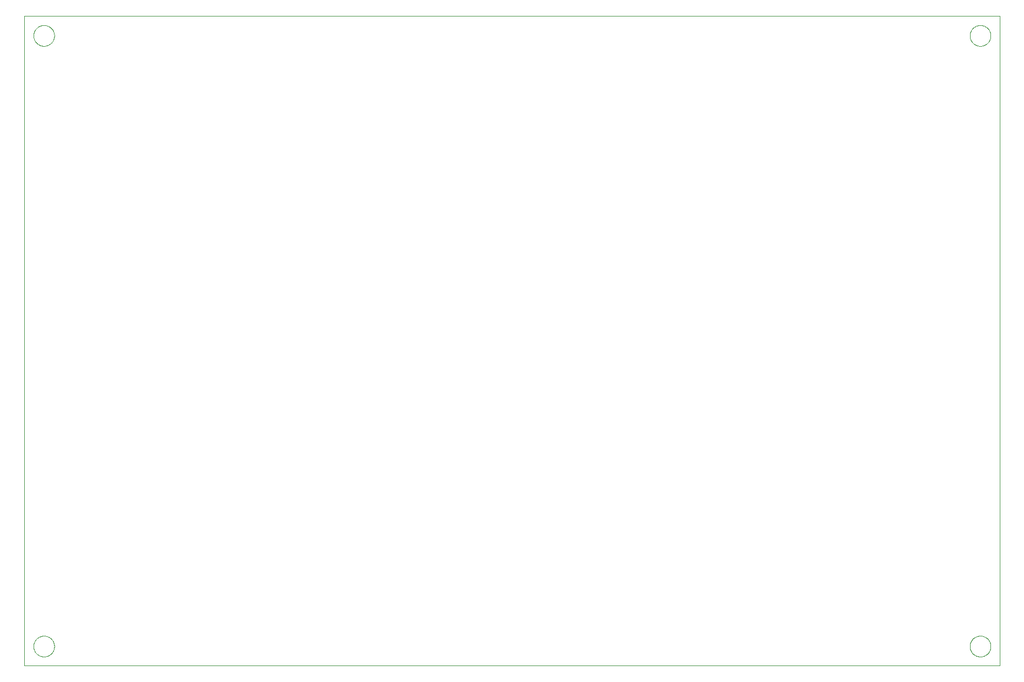
<source format=gbo>
G75*
%MOIN*%
%OFA0B0*%
%FSLAX25Y25*%
%IPPOS*%
%LPD*%
%AMOC8*
5,1,8,0,0,1.08239X$1,22.5*
%
%ADD10C,0.00000*%
D10*
X0003630Y0001000D02*
X0003630Y0394701D01*
X0594181Y0394701D01*
X0594181Y0001000D01*
X0003630Y0001000D01*
X0009142Y0012811D02*
X0009144Y0012969D01*
X0009150Y0013127D01*
X0009160Y0013285D01*
X0009174Y0013443D01*
X0009192Y0013600D01*
X0009213Y0013757D01*
X0009239Y0013913D01*
X0009269Y0014069D01*
X0009302Y0014224D01*
X0009340Y0014377D01*
X0009381Y0014530D01*
X0009426Y0014682D01*
X0009475Y0014833D01*
X0009528Y0014982D01*
X0009584Y0015130D01*
X0009644Y0015276D01*
X0009708Y0015421D01*
X0009776Y0015564D01*
X0009847Y0015706D01*
X0009921Y0015846D01*
X0009999Y0015983D01*
X0010081Y0016119D01*
X0010165Y0016253D01*
X0010254Y0016384D01*
X0010345Y0016513D01*
X0010440Y0016640D01*
X0010537Y0016765D01*
X0010638Y0016887D01*
X0010742Y0017006D01*
X0010849Y0017123D01*
X0010959Y0017237D01*
X0011072Y0017348D01*
X0011187Y0017457D01*
X0011305Y0017562D01*
X0011426Y0017664D01*
X0011549Y0017764D01*
X0011675Y0017860D01*
X0011803Y0017953D01*
X0011933Y0018043D01*
X0012066Y0018129D01*
X0012201Y0018213D01*
X0012337Y0018292D01*
X0012476Y0018369D01*
X0012617Y0018441D01*
X0012759Y0018511D01*
X0012903Y0018576D01*
X0013049Y0018638D01*
X0013196Y0018696D01*
X0013345Y0018751D01*
X0013495Y0018802D01*
X0013646Y0018849D01*
X0013798Y0018892D01*
X0013951Y0018931D01*
X0014106Y0018967D01*
X0014261Y0018998D01*
X0014417Y0019026D01*
X0014573Y0019050D01*
X0014730Y0019070D01*
X0014888Y0019086D01*
X0015045Y0019098D01*
X0015204Y0019106D01*
X0015362Y0019110D01*
X0015520Y0019110D01*
X0015678Y0019106D01*
X0015837Y0019098D01*
X0015994Y0019086D01*
X0016152Y0019070D01*
X0016309Y0019050D01*
X0016465Y0019026D01*
X0016621Y0018998D01*
X0016776Y0018967D01*
X0016931Y0018931D01*
X0017084Y0018892D01*
X0017236Y0018849D01*
X0017387Y0018802D01*
X0017537Y0018751D01*
X0017686Y0018696D01*
X0017833Y0018638D01*
X0017979Y0018576D01*
X0018123Y0018511D01*
X0018265Y0018441D01*
X0018406Y0018369D01*
X0018545Y0018292D01*
X0018681Y0018213D01*
X0018816Y0018129D01*
X0018949Y0018043D01*
X0019079Y0017953D01*
X0019207Y0017860D01*
X0019333Y0017764D01*
X0019456Y0017664D01*
X0019577Y0017562D01*
X0019695Y0017457D01*
X0019810Y0017348D01*
X0019923Y0017237D01*
X0020033Y0017123D01*
X0020140Y0017006D01*
X0020244Y0016887D01*
X0020345Y0016765D01*
X0020442Y0016640D01*
X0020537Y0016513D01*
X0020628Y0016384D01*
X0020717Y0016253D01*
X0020801Y0016119D01*
X0020883Y0015983D01*
X0020961Y0015846D01*
X0021035Y0015706D01*
X0021106Y0015564D01*
X0021174Y0015421D01*
X0021238Y0015276D01*
X0021298Y0015130D01*
X0021354Y0014982D01*
X0021407Y0014833D01*
X0021456Y0014682D01*
X0021501Y0014530D01*
X0021542Y0014377D01*
X0021580Y0014224D01*
X0021613Y0014069D01*
X0021643Y0013913D01*
X0021669Y0013757D01*
X0021690Y0013600D01*
X0021708Y0013443D01*
X0021722Y0013285D01*
X0021732Y0013127D01*
X0021738Y0012969D01*
X0021740Y0012811D01*
X0021738Y0012653D01*
X0021732Y0012495D01*
X0021722Y0012337D01*
X0021708Y0012179D01*
X0021690Y0012022D01*
X0021669Y0011865D01*
X0021643Y0011709D01*
X0021613Y0011553D01*
X0021580Y0011398D01*
X0021542Y0011245D01*
X0021501Y0011092D01*
X0021456Y0010940D01*
X0021407Y0010789D01*
X0021354Y0010640D01*
X0021298Y0010492D01*
X0021238Y0010346D01*
X0021174Y0010201D01*
X0021106Y0010058D01*
X0021035Y0009916D01*
X0020961Y0009776D01*
X0020883Y0009639D01*
X0020801Y0009503D01*
X0020717Y0009369D01*
X0020628Y0009238D01*
X0020537Y0009109D01*
X0020442Y0008982D01*
X0020345Y0008857D01*
X0020244Y0008735D01*
X0020140Y0008616D01*
X0020033Y0008499D01*
X0019923Y0008385D01*
X0019810Y0008274D01*
X0019695Y0008165D01*
X0019577Y0008060D01*
X0019456Y0007958D01*
X0019333Y0007858D01*
X0019207Y0007762D01*
X0019079Y0007669D01*
X0018949Y0007579D01*
X0018816Y0007493D01*
X0018681Y0007409D01*
X0018545Y0007330D01*
X0018406Y0007253D01*
X0018265Y0007181D01*
X0018123Y0007111D01*
X0017979Y0007046D01*
X0017833Y0006984D01*
X0017686Y0006926D01*
X0017537Y0006871D01*
X0017387Y0006820D01*
X0017236Y0006773D01*
X0017084Y0006730D01*
X0016931Y0006691D01*
X0016776Y0006655D01*
X0016621Y0006624D01*
X0016465Y0006596D01*
X0016309Y0006572D01*
X0016152Y0006552D01*
X0015994Y0006536D01*
X0015837Y0006524D01*
X0015678Y0006516D01*
X0015520Y0006512D01*
X0015362Y0006512D01*
X0015204Y0006516D01*
X0015045Y0006524D01*
X0014888Y0006536D01*
X0014730Y0006552D01*
X0014573Y0006572D01*
X0014417Y0006596D01*
X0014261Y0006624D01*
X0014106Y0006655D01*
X0013951Y0006691D01*
X0013798Y0006730D01*
X0013646Y0006773D01*
X0013495Y0006820D01*
X0013345Y0006871D01*
X0013196Y0006926D01*
X0013049Y0006984D01*
X0012903Y0007046D01*
X0012759Y0007111D01*
X0012617Y0007181D01*
X0012476Y0007253D01*
X0012337Y0007330D01*
X0012201Y0007409D01*
X0012066Y0007493D01*
X0011933Y0007579D01*
X0011803Y0007669D01*
X0011675Y0007762D01*
X0011549Y0007858D01*
X0011426Y0007958D01*
X0011305Y0008060D01*
X0011187Y0008165D01*
X0011072Y0008274D01*
X0010959Y0008385D01*
X0010849Y0008499D01*
X0010742Y0008616D01*
X0010638Y0008735D01*
X0010537Y0008857D01*
X0010440Y0008982D01*
X0010345Y0009109D01*
X0010254Y0009238D01*
X0010165Y0009369D01*
X0010081Y0009503D01*
X0009999Y0009639D01*
X0009921Y0009776D01*
X0009847Y0009916D01*
X0009776Y0010058D01*
X0009708Y0010201D01*
X0009644Y0010346D01*
X0009584Y0010492D01*
X0009528Y0010640D01*
X0009475Y0010789D01*
X0009426Y0010940D01*
X0009381Y0011092D01*
X0009340Y0011245D01*
X0009302Y0011398D01*
X0009269Y0011553D01*
X0009239Y0011709D01*
X0009213Y0011865D01*
X0009192Y0012022D01*
X0009174Y0012179D01*
X0009160Y0012337D01*
X0009150Y0012495D01*
X0009144Y0012653D01*
X0009142Y0012811D01*
X0009142Y0382890D02*
X0009144Y0383048D01*
X0009150Y0383206D01*
X0009160Y0383364D01*
X0009174Y0383522D01*
X0009192Y0383679D01*
X0009213Y0383836D01*
X0009239Y0383992D01*
X0009269Y0384148D01*
X0009302Y0384303D01*
X0009340Y0384456D01*
X0009381Y0384609D01*
X0009426Y0384761D01*
X0009475Y0384912D01*
X0009528Y0385061D01*
X0009584Y0385209D01*
X0009644Y0385355D01*
X0009708Y0385500D01*
X0009776Y0385643D01*
X0009847Y0385785D01*
X0009921Y0385925D01*
X0009999Y0386062D01*
X0010081Y0386198D01*
X0010165Y0386332D01*
X0010254Y0386463D01*
X0010345Y0386592D01*
X0010440Y0386719D01*
X0010537Y0386844D01*
X0010638Y0386966D01*
X0010742Y0387085D01*
X0010849Y0387202D01*
X0010959Y0387316D01*
X0011072Y0387427D01*
X0011187Y0387536D01*
X0011305Y0387641D01*
X0011426Y0387743D01*
X0011549Y0387843D01*
X0011675Y0387939D01*
X0011803Y0388032D01*
X0011933Y0388122D01*
X0012066Y0388208D01*
X0012201Y0388292D01*
X0012337Y0388371D01*
X0012476Y0388448D01*
X0012617Y0388520D01*
X0012759Y0388590D01*
X0012903Y0388655D01*
X0013049Y0388717D01*
X0013196Y0388775D01*
X0013345Y0388830D01*
X0013495Y0388881D01*
X0013646Y0388928D01*
X0013798Y0388971D01*
X0013951Y0389010D01*
X0014106Y0389046D01*
X0014261Y0389077D01*
X0014417Y0389105D01*
X0014573Y0389129D01*
X0014730Y0389149D01*
X0014888Y0389165D01*
X0015045Y0389177D01*
X0015204Y0389185D01*
X0015362Y0389189D01*
X0015520Y0389189D01*
X0015678Y0389185D01*
X0015837Y0389177D01*
X0015994Y0389165D01*
X0016152Y0389149D01*
X0016309Y0389129D01*
X0016465Y0389105D01*
X0016621Y0389077D01*
X0016776Y0389046D01*
X0016931Y0389010D01*
X0017084Y0388971D01*
X0017236Y0388928D01*
X0017387Y0388881D01*
X0017537Y0388830D01*
X0017686Y0388775D01*
X0017833Y0388717D01*
X0017979Y0388655D01*
X0018123Y0388590D01*
X0018265Y0388520D01*
X0018406Y0388448D01*
X0018545Y0388371D01*
X0018681Y0388292D01*
X0018816Y0388208D01*
X0018949Y0388122D01*
X0019079Y0388032D01*
X0019207Y0387939D01*
X0019333Y0387843D01*
X0019456Y0387743D01*
X0019577Y0387641D01*
X0019695Y0387536D01*
X0019810Y0387427D01*
X0019923Y0387316D01*
X0020033Y0387202D01*
X0020140Y0387085D01*
X0020244Y0386966D01*
X0020345Y0386844D01*
X0020442Y0386719D01*
X0020537Y0386592D01*
X0020628Y0386463D01*
X0020717Y0386332D01*
X0020801Y0386198D01*
X0020883Y0386062D01*
X0020961Y0385925D01*
X0021035Y0385785D01*
X0021106Y0385643D01*
X0021174Y0385500D01*
X0021238Y0385355D01*
X0021298Y0385209D01*
X0021354Y0385061D01*
X0021407Y0384912D01*
X0021456Y0384761D01*
X0021501Y0384609D01*
X0021542Y0384456D01*
X0021580Y0384303D01*
X0021613Y0384148D01*
X0021643Y0383992D01*
X0021669Y0383836D01*
X0021690Y0383679D01*
X0021708Y0383522D01*
X0021722Y0383364D01*
X0021732Y0383206D01*
X0021738Y0383048D01*
X0021740Y0382890D01*
X0021738Y0382732D01*
X0021732Y0382574D01*
X0021722Y0382416D01*
X0021708Y0382258D01*
X0021690Y0382101D01*
X0021669Y0381944D01*
X0021643Y0381788D01*
X0021613Y0381632D01*
X0021580Y0381477D01*
X0021542Y0381324D01*
X0021501Y0381171D01*
X0021456Y0381019D01*
X0021407Y0380868D01*
X0021354Y0380719D01*
X0021298Y0380571D01*
X0021238Y0380425D01*
X0021174Y0380280D01*
X0021106Y0380137D01*
X0021035Y0379995D01*
X0020961Y0379855D01*
X0020883Y0379718D01*
X0020801Y0379582D01*
X0020717Y0379448D01*
X0020628Y0379317D01*
X0020537Y0379188D01*
X0020442Y0379061D01*
X0020345Y0378936D01*
X0020244Y0378814D01*
X0020140Y0378695D01*
X0020033Y0378578D01*
X0019923Y0378464D01*
X0019810Y0378353D01*
X0019695Y0378244D01*
X0019577Y0378139D01*
X0019456Y0378037D01*
X0019333Y0377937D01*
X0019207Y0377841D01*
X0019079Y0377748D01*
X0018949Y0377658D01*
X0018816Y0377572D01*
X0018681Y0377488D01*
X0018545Y0377409D01*
X0018406Y0377332D01*
X0018265Y0377260D01*
X0018123Y0377190D01*
X0017979Y0377125D01*
X0017833Y0377063D01*
X0017686Y0377005D01*
X0017537Y0376950D01*
X0017387Y0376899D01*
X0017236Y0376852D01*
X0017084Y0376809D01*
X0016931Y0376770D01*
X0016776Y0376734D01*
X0016621Y0376703D01*
X0016465Y0376675D01*
X0016309Y0376651D01*
X0016152Y0376631D01*
X0015994Y0376615D01*
X0015837Y0376603D01*
X0015678Y0376595D01*
X0015520Y0376591D01*
X0015362Y0376591D01*
X0015204Y0376595D01*
X0015045Y0376603D01*
X0014888Y0376615D01*
X0014730Y0376631D01*
X0014573Y0376651D01*
X0014417Y0376675D01*
X0014261Y0376703D01*
X0014106Y0376734D01*
X0013951Y0376770D01*
X0013798Y0376809D01*
X0013646Y0376852D01*
X0013495Y0376899D01*
X0013345Y0376950D01*
X0013196Y0377005D01*
X0013049Y0377063D01*
X0012903Y0377125D01*
X0012759Y0377190D01*
X0012617Y0377260D01*
X0012476Y0377332D01*
X0012337Y0377409D01*
X0012201Y0377488D01*
X0012066Y0377572D01*
X0011933Y0377658D01*
X0011803Y0377748D01*
X0011675Y0377841D01*
X0011549Y0377937D01*
X0011426Y0378037D01*
X0011305Y0378139D01*
X0011187Y0378244D01*
X0011072Y0378353D01*
X0010959Y0378464D01*
X0010849Y0378578D01*
X0010742Y0378695D01*
X0010638Y0378814D01*
X0010537Y0378936D01*
X0010440Y0379061D01*
X0010345Y0379188D01*
X0010254Y0379317D01*
X0010165Y0379448D01*
X0010081Y0379582D01*
X0009999Y0379718D01*
X0009921Y0379855D01*
X0009847Y0379995D01*
X0009776Y0380137D01*
X0009708Y0380280D01*
X0009644Y0380425D01*
X0009584Y0380571D01*
X0009528Y0380719D01*
X0009475Y0380868D01*
X0009426Y0381019D01*
X0009381Y0381171D01*
X0009340Y0381324D01*
X0009302Y0381477D01*
X0009269Y0381632D01*
X0009239Y0381788D01*
X0009213Y0381944D01*
X0009192Y0382101D01*
X0009174Y0382258D01*
X0009160Y0382416D01*
X0009150Y0382574D01*
X0009144Y0382732D01*
X0009142Y0382890D01*
X0576071Y0382890D02*
X0576073Y0383048D01*
X0576079Y0383206D01*
X0576089Y0383364D01*
X0576103Y0383522D01*
X0576121Y0383679D01*
X0576142Y0383836D01*
X0576168Y0383992D01*
X0576198Y0384148D01*
X0576231Y0384303D01*
X0576269Y0384456D01*
X0576310Y0384609D01*
X0576355Y0384761D01*
X0576404Y0384912D01*
X0576457Y0385061D01*
X0576513Y0385209D01*
X0576573Y0385355D01*
X0576637Y0385500D01*
X0576705Y0385643D01*
X0576776Y0385785D01*
X0576850Y0385925D01*
X0576928Y0386062D01*
X0577010Y0386198D01*
X0577094Y0386332D01*
X0577183Y0386463D01*
X0577274Y0386592D01*
X0577369Y0386719D01*
X0577466Y0386844D01*
X0577567Y0386966D01*
X0577671Y0387085D01*
X0577778Y0387202D01*
X0577888Y0387316D01*
X0578001Y0387427D01*
X0578116Y0387536D01*
X0578234Y0387641D01*
X0578355Y0387743D01*
X0578478Y0387843D01*
X0578604Y0387939D01*
X0578732Y0388032D01*
X0578862Y0388122D01*
X0578995Y0388208D01*
X0579130Y0388292D01*
X0579266Y0388371D01*
X0579405Y0388448D01*
X0579546Y0388520D01*
X0579688Y0388590D01*
X0579832Y0388655D01*
X0579978Y0388717D01*
X0580125Y0388775D01*
X0580274Y0388830D01*
X0580424Y0388881D01*
X0580575Y0388928D01*
X0580727Y0388971D01*
X0580880Y0389010D01*
X0581035Y0389046D01*
X0581190Y0389077D01*
X0581346Y0389105D01*
X0581502Y0389129D01*
X0581659Y0389149D01*
X0581817Y0389165D01*
X0581974Y0389177D01*
X0582133Y0389185D01*
X0582291Y0389189D01*
X0582449Y0389189D01*
X0582607Y0389185D01*
X0582766Y0389177D01*
X0582923Y0389165D01*
X0583081Y0389149D01*
X0583238Y0389129D01*
X0583394Y0389105D01*
X0583550Y0389077D01*
X0583705Y0389046D01*
X0583860Y0389010D01*
X0584013Y0388971D01*
X0584165Y0388928D01*
X0584316Y0388881D01*
X0584466Y0388830D01*
X0584615Y0388775D01*
X0584762Y0388717D01*
X0584908Y0388655D01*
X0585052Y0388590D01*
X0585194Y0388520D01*
X0585335Y0388448D01*
X0585474Y0388371D01*
X0585610Y0388292D01*
X0585745Y0388208D01*
X0585878Y0388122D01*
X0586008Y0388032D01*
X0586136Y0387939D01*
X0586262Y0387843D01*
X0586385Y0387743D01*
X0586506Y0387641D01*
X0586624Y0387536D01*
X0586739Y0387427D01*
X0586852Y0387316D01*
X0586962Y0387202D01*
X0587069Y0387085D01*
X0587173Y0386966D01*
X0587274Y0386844D01*
X0587371Y0386719D01*
X0587466Y0386592D01*
X0587557Y0386463D01*
X0587646Y0386332D01*
X0587730Y0386198D01*
X0587812Y0386062D01*
X0587890Y0385925D01*
X0587964Y0385785D01*
X0588035Y0385643D01*
X0588103Y0385500D01*
X0588167Y0385355D01*
X0588227Y0385209D01*
X0588283Y0385061D01*
X0588336Y0384912D01*
X0588385Y0384761D01*
X0588430Y0384609D01*
X0588471Y0384456D01*
X0588509Y0384303D01*
X0588542Y0384148D01*
X0588572Y0383992D01*
X0588598Y0383836D01*
X0588619Y0383679D01*
X0588637Y0383522D01*
X0588651Y0383364D01*
X0588661Y0383206D01*
X0588667Y0383048D01*
X0588669Y0382890D01*
X0588667Y0382732D01*
X0588661Y0382574D01*
X0588651Y0382416D01*
X0588637Y0382258D01*
X0588619Y0382101D01*
X0588598Y0381944D01*
X0588572Y0381788D01*
X0588542Y0381632D01*
X0588509Y0381477D01*
X0588471Y0381324D01*
X0588430Y0381171D01*
X0588385Y0381019D01*
X0588336Y0380868D01*
X0588283Y0380719D01*
X0588227Y0380571D01*
X0588167Y0380425D01*
X0588103Y0380280D01*
X0588035Y0380137D01*
X0587964Y0379995D01*
X0587890Y0379855D01*
X0587812Y0379718D01*
X0587730Y0379582D01*
X0587646Y0379448D01*
X0587557Y0379317D01*
X0587466Y0379188D01*
X0587371Y0379061D01*
X0587274Y0378936D01*
X0587173Y0378814D01*
X0587069Y0378695D01*
X0586962Y0378578D01*
X0586852Y0378464D01*
X0586739Y0378353D01*
X0586624Y0378244D01*
X0586506Y0378139D01*
X0586385Y0378037D01*
X0586262Y0377937D01*
X0586136Y0377841D01*
X0586008Y0377748D01*
X0585878Y0377658D01*
X0585745Y0377572D01*
X0585610Y0377488D01*
X0585474Y0377409D01*
X0585335Y0377332D01*
X0585194Y0377260D01*
X0585052Y0377190D01*
X0584908Y0377125D01*
X0584762Y0377063D01*
X0584615Y0377005D01*
X0584466Y0376950D01*
X0584316Y0376899D01*
X0584165Y0376852D01*
X0584013Y0376809D01*
X0583860Y0376770D01*
X0583705Y0376734D01*
X0583550Y0376703D01*
X0583394Y0376675D01*
X0583238Y0376651D01*
X0583081Y0376631D01*
X0582923Y0376615D01*
X0582766Y0376603D01*
X0582607Y0376595D01*
X0582449Y0376591D01*
X0582291Y0376591D01*
X0582133Y0376595D01*
X0581974Y0376603D01*
X0581817Y0376615D01*
X0581659Y0376631D01*
X0581502Y0376651D01*
X0581346Y0376675D01*
X0581190Y0376703D01*
X0581035Y0376734D01*
X0580880Y0376770D01*
X0580727Y0376809D01*
X0580575Y0376852D01*
X0580424Y0376899D01*
X0580274Y0376950D01*
X0580125Y0377005D01*
X0579978Y0377063D01*
X0579832Y0377125D01*
X0579688Y0377190D01*
X0579546Y0377260D01*
X0579405Y0377332D01*
X0579266Y0377409D01*
X0579130Y0377488D01*
X0578995Y0377572D01*
X0578862Y0377658D01*
X0578732Y0377748D01*
X0578604Y0377841D01*
X0578478Y0377937D01*
X0578355Y0378037D01*
X0578234Y0378139D01*
X0578116Y0378244D01*
X0578001Y0378353D01*
X0577888Y0378464D01*
X0577778Y0378578D01*
X0577671Y0378695D01*
X0577567Y0378814D01*
X0577466Y0378936D01*
X0577369Y0379061D01*
X0577274Y0379188D01*
X0577183Y0379317D01*
X0577094Y0379448D01*
X0577010Y0379582D01*
X0576928Y0379718D01*
X0576850Y0379855D01*
X0576776Y0379995D01*
X0576705Y0380137D01*
X0576637Y0380280D01*
X0576573Y0380425D01*
X0576513Y0380571D01*
X0576457Y0380719D01*
X0576404Y0380868D01*
X0576355Y0381019D01*
X0576310Y0381171D01*
X0576269Y0381324D01*
X0576231Y0381477D01*
X0576198Y0381632D01*
X0576168Y0381788D01*
X0576142Y0381944D01*
X0576121Y0382101D01*
X0576103Y0382258D01*
X0576089Y0382416D01*
X0576079Y0382574D01*
X0576073Y0382732D01*
X0576071Y0382890D01*
X0576071Y0012811D02*
X0576073Y0012969D01*
X0576079Y0013127D01*
X0576089Y0013285D01*
X0576103Y0013443D01*
X0576121Y0013600D01*
X0576142Y0013757D01*
X0576168Y0013913D01*
X0576198Y0014069D01*
X0576231Y0014224D01*
X0576269Y0014377D01*
X0576310Y0014530D01*
X0576355Y0014682D01*
X0576404Y0014833D01*
X0576457Y0014982D01*
X0576513Y0015130D01*
X0576573Y0015276D01*
X0576637Y0015421D01*
X0576705Y0015564D01*
X0576776Y0015706D01*
X0576850Y0015846D01*
X0576928Y0015983D01*
X0577010Y0016119D01*
X0577094Y0016253D01*
X0577183Y0016384D01*
X0577274Y0016513D01*
X0577369Y0016640D01*
X0577466Y0016765D01*
X0577567Y0016887D01*
X0577671Y0017006D01*
X0577778Y0017123D01*
X0577888Y0017237D01*
X0578001Y0017348D01*
X0578116Y0017457D01*
X0578234Y0017562D01*
X0578355Y0017664D01*
X0578478Y0017764D01*
X0578604Y0017860D01*
X0578732Y0017953D01*
X0578862Y0018043D01*
X0578995Y0018129D01*
X0579130Y0018213D01*
X0579266Y0018292D01*
X0579405Y0018369D01*
X0579546Y0018441D01*
X0579688Y0018511D01*
X0579832Y0018576D01*
X0579978Y0018638D01*
X0580125Y0018696D01*
X0580274Y0018751D01*
X0580424Y0018802D01*
X0580575Y0018849D01*
X0580727Y0018892D01*
X0580880Y0018931D01*
X0581035Y0018967D01*
X0581190Y0018998D01*
X0581346Y0019026D01*
X0581502Y0019050D01*
X0581659Y0019070D01*
X0581817Y0019086D01*
X0581974Y0019098D01*
X0582133Y0019106D01*
X0582291Y0019110D01*
X0582449Y0019110D01*
X0582607Y0019106D01*
X0582766Y0019098D01*
X0582923Y0019086D01*
X0583081Y0019070D01*
X0583238Y0019050D01*
X0583394Y0019026D01*
X0583550Y0018998D01*
X0583705Y0018967D01*
X0583860Y0018931D01*
X0584013Y0018892D01*
X0584165Y0018849D01*
X0584316Y0018802D01*
X0584466Y0018751D01*
X0584615Y0018696D01*
X0584762Y0018638D01*
X0584908Y0018576D01*
X0585052Y0018511D01*
X0585194Y0018441D01*
X0585335Y0018369D01*
X0585474Y0018292D01*
X0585610Y0018213D01*
X0585745Y0018129D01*
X0585878Y0018043D01*
X0586008Y0017953D01*
X0586136Y0017860D01*
X0586262Y0017764D01*
X0586385Y0017664D01*
X0586506Y0017562D01*
X0586624Y0017457D01*
X0586739Y0017348D01*
X0586852Y0017237D01*
X0586962Y0017123D01*
X0587069Y0017006D01*
X0587173Y0016887D01*
X0587274Y0016765D01*
X0587371Y0016640D01*
X0587466Y0016513D01*
X0587557Y0016384D01*
X0587646Y0016253D01*
X0587730Y0016119D01*
X0587812Y0015983D01*
X0587890Y0015846D01*
X0587964Y0015706D01*
X0588035Y0015564D01*
X0588103Y0015421D01*
X0588167Y0015276D01*
X0588227Y0015130D01*
X0588283Y0014982D01*
X0588336Y0014833D01*
X0588385Y0014682D01*
X0588430Y0014530D01*
X0588471Y0014377D01*
X0588509Y0014224D01*
X0588542Y0014069D01*
X0588572Y0013913D01*
X0588598Y0013757D01*
X0588619Y0013600D01*
X0588637Y0013443D01*
X0588651Y0013285D01*
X0588661Y0013127D01*
X0588667Y0012969D01*
X0588669Y0012811D01*
X0588667Y0012653D01*
X0588661Y0012495D01*
X0588651Y0012337D01*
X0588637Y0012179D01*
X0588619Y0012022D01*
X0588598Y0011865D01*
X0588572Y0011709D01*
X0588542Y0011553D01*
X0588509Y0011398D01*
X0588471Y0011245D01*
X0588430Y0011092D01*
X0588385Y0010940D01*
X0588336Y0010789D01*
X0588283Y0010640D01*
X0588227Y0010492D01*
X0588167Y0010346D01*
X0588103Y0010201D01*
X0588035Y0010058D01*
X0587964Y0009916D01*
X0587890Y0009776D01*
X0587812Y0009639D01*
X0587730Y0009503D01*
X0587646Y0009369D01*
X0587557Y0009238D01*
X0587466Y0009109D01*
X0587371Y0008982D01*
X0587274Y0008857D01*
X0587173Y0008735D01*
X0587069Y0008616D01*
X0586962Y0008499D01*
X0586852Y0008385D01*
X0586739Y0008274D01*
X0586624Y0008165D01*
X0586506Y0008060D01*
X0586385Y0007958D01*
X0586262Y0007858D01*
X0586136Y0007762D01*
X0586008Y0007669D01*
X0585878Y0007579D01*
X0585745Y0007493D01*
X0585610Y0007409D01*
X0585474Y0007330D01*
X0585335Y0007253D01*
X0585194Y0007181D01*
X0585052Y0007111D01*
X0584908Y0007046D01*
X0584762Y0006984D01*
X0584615Y0006926D01*
X0584466Y0006871D01*
X0584316Y0006820D01*
X0584165Y0006773D01*
X0584013Y0006730D01*
X0583860Y0006691D01*
X0583705Y0006655D01*
X0583550Y0006624D01*
X0583394Y0006596D01*
X0583238Y0006572D01*
X0583081Y0006552D01*
X0582923Y0006536D01*
X0582766Y0006524D01*
X0582607Y0006516D01*
X0582449Y0006512D01*
X0582291Y0006512D01*
X0582133Y0006516D01*
X0581974Y0006524D01*
X0581817Y0006536D01*
X0581659Y0006552D01*
X0581502Y0006572D01*
X0581346Y0006596D01*
X0581190Y0006624D01*
X0581035Y0006655D01*
X0580880Y0006691D01*
X0580727Y0006730D01*
X0580575Y0006773D01*
X0580424Y0006820D01*
X0580274Y0006871D01*
X0580125Y0006926D01*
X0579978Y0006984D01*
X0579832Y0007046D01*
X0579688Y0007111D01*
X0579546Y0007181D01*
X0579405Y0007253D01*
X0579266Y0007330D01*
X0579130Y0007409D01*
X0578995Y0007493D01*
X0578862Y0007579D01*
X0578732Y0007669D01*
X0578604Y0007762D01*
X0578478Y0007858D01*
X0578355Y0007958D01*
X0578234Y0008060D01*
X0578116Y0008165D01*
X0578001Y0008274D01*
X0577888Y0008385D01*
X0577778Y0008499D01*
X0577671Y0008616D01*
X0577567Y0008735D01*
X0577466Y0008857D01*
X0577369Y0008982D01*
X0577274Y0009109D01*
X0577183Y0009238D01*
X0577094Y0009369D01*
X0577010Y0009503D01*
X0576928Y0009639D01*
X0576850Y0009776D01*
X0576776Y0009916D01*
X0576705Y0010058D01*
X0576637Y0010201D01*
X0576573Y0010346D01*
X0576513Y0010492D01*
X0576457Y0010640D01*
X0576404Y0010789D01*
X0576355Y0010940D01*
X0576310Y0011092D01*
X0576269Y0011245D01*
X0576231Y0011398D01*
X0576198Y0011553D01*
X0576168Y0011709D01*
X0576142Y0011865D01*
X0576121Y0012022D01*
X0576103Y0012179D01*
X0576089Y0012337D01*
X0576079Y0012495D01*
X0576073Y0012653D01*
X0576071Y0012811D01*
M02*

</source>
